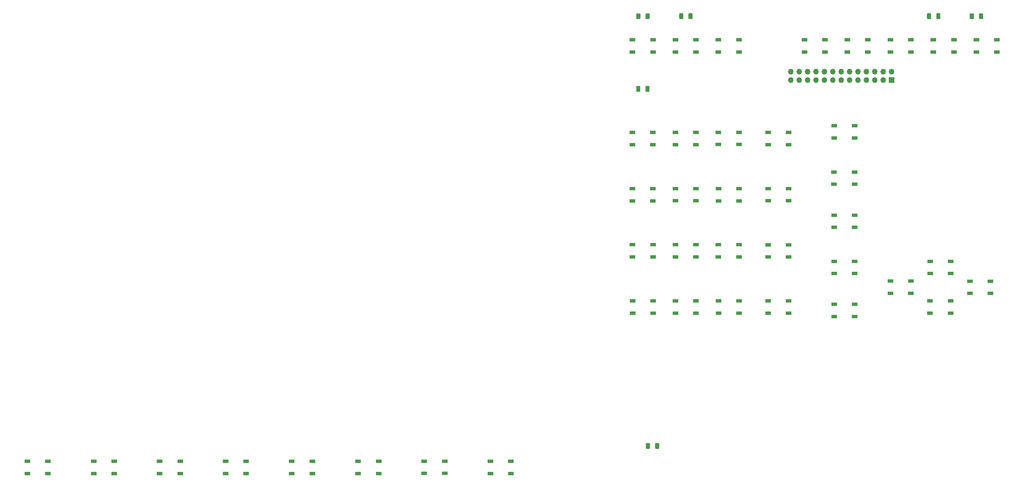
<source format=gbr>
%TF.GenerationSoftware,KiCad,Pcbnew,(5.1.8)-1*%
%TF.CreationDate,2021-02-13T15:24:23+01:00*%
%TF.ProjectId,UPL_Keyboard,55504c5f-4b65-4796-926f-6172642e6b69,2*%
%TF.SameCoordinates,Original*%
%TF.FileFunction,Soldermask,Top*%
%TF.FilePolarity,Negative*%
%FSLAX46Y46*%
G04 Gerber Fmt 4.6, Leading zero omitted, Abs format (unit mm)*
G04 Created by KiCad (PCBNEW (5.1.8)-1) date 2021-02-13 15:24:23*
%MOMM*%
%LPD*%
G01*
G04 APERTURE LIST*
%ADD10O,1.700000X1.700000*%
%ADD11R,1.700000X1.700000*%
%ADD12R,1.800000X1.100000*%
G04 APERTURE END LIST*
D10*
%TO.C,J1*%
X289960000Y-97150000D03*
X289960000Y-99690000D03*
X292500000Y-97150000D03*
X292500000Y-99690000D03*
X295040000Y-97150000D03*
X295040000Y-99690000D03*
X297580000Y-97150000D03*
X297580000Y-99690000D03*
X300120000Y-97150000D03*
X300120000Y-99690000D03*
X302660000Y-97150000D03*
X302660000Y-99690000D03*
X305200000Y-97150000D03*
X305200000Y-99690000D03*
X307740000Y-97150000D03*
X307740000Y-99690000D03*
X310280000Y-97150000D03*
X310280000Y-99690000D03*
X312820000Y-97150000D03*
X312820000Y-99690000D03*
X315360000Y-97150000D03*
X315360000Y-99690000D03*
X317900000Y-97150000D03*
X317900000Y-99690000D03*
X320440000Y-97150000D03*
D11*
X320440000Y-99690000D03*
%TD*%
D12*
%TO.C,SW40*%
X179060000Y-214950000D03*
X185260000Y-214950000D03*
X179060000Y-218650000D03*
X185260000Y-218650000D03*
%TD*%
%TO.C,SW41*%
X199060000Y-214970000D03*
X205260000Y-214970000D03*
X199060000Y-218670000D03*
X205260000Y-218670000D03*
%TD*%
%TO.C,SW39*%
X159080000Y-215010000D03*
X165280000Y-215010000D03*
X159080000Y-218710000D03*
X165280000Y-218710000D03*
%TD*%
%TO.C,SW38*%
X139000000Y-214990000D03*
X145200000Y-214990000D03*
X139000000Y-218690000D03*
X145200000Y-218690000D03*
%TD*%
%TO.C,SW37*%
X119010000Y-214990000D03*
X125210000Y-214990000D03*
X119010000Y-218690000D03*
X125210000Y-218690000D03*
%TD*%
%TO.C,SW36*%
X99050000Y-215000000D03*
X105250000Y-215000000D03*
X99050000Y-218700000D03*
X105250000Y-218700000D03*
%TD*%
%TO.C,SW35*%
X79100000Y-215000000D03*
X85300000Y-215000000D03*
X79100000Y-218700000D03*
X85300000Y-218700000D03*
%TD*%
%TO.C,SW34*%
X59030000Y-214980000D03*
X65230000Y-214980000D03*
X59030000Y-218680000D03*
X65230000Y-218680000D03*
%TD*%
%TO.C,SW33*%
X332040000Y-166490000D03*
X338240000Y-166490000D03*
X332040000Y-170190000D03*
X338240000Y-170190000D03*
%TD*%
%TO.C,SW32*%
X332060000Y-154510000D03*
X338260000Y-154510000D03*
X332060000Y-158210000D03*
X338260000Y-158210000D03*
%TD*%
%TO.C,SW31*%
X344090000Y-160500000D03*
X350290000Y-160500000D03*
X344090000Y-164200000D03*
X350290000Y-164200000D03*
%TD*%
%TO.C,SW30*%
X320050000Y-160470000D03*
X326250000Y-160470000D03*
X320050000Y-164170000D03*
X326250000Y-164170000D03*
%TD*%
%TO.C,SW29*%
X283070000Y-166480000D03*
X289270000Y-166480000D03*
X283070000Y-170180000D03*
X289270000Y-170180000D03*
%TD*%
%TO.C,SW28*%
X268080000Y-166490000D03*
X274280000Y-166490000D03*
X268080000Y-170190000D03*
X274280000Y-170190000D03*
%TD*%
%TO.C,SW27*%
X255050000Y-166500000D03*
X261250000Y-166500000D03*
X255050000Y-170200000D03*
X261250000Y-170200000D03*
%TD*%
%TO.C,SW26*%
X242090000Y-166490000D03*
X248290000Y-166490000D03*
X242090000Y-170190000D03*
X248290000Y-170190000D03*
%TD*%
%TO.C,SW25*%
X303080000Y-167500000D03*
X309280000Y-167500000D03*
X303080000Y-171200000D03*
X309280000Y-171200000D03*
%TD*%
%TO.C,SW24*%
X283050000Y-149500000D03*
X289250000Y-149500000D03*
X283050000Y-153200000D03*
X289250000Y-153200000D03*
%TD*%
%TO.C,SW23*%
X268040000Y-149490000D03*
X274240000Y-149490000D03*
X268040000Y-153190000D03*
X274240000Y-153190000D03*
%TD*%
%TO.C,SW22*%
X255050000Y-149490000D03*
X261250000Y-149490000D03*
X255050000Y-153190000D03*
X261250000Y-153190000D03*
%TD*%
%TO.C,SW21*%
X242050000Y-149480000D03*
X248250000Y-149480000D03*
X242050000Y-153180000D03*
X248250000Y-153180000D03*
%TD*%
%TO.C,SW20*%
X303040000Y-154500000D03*
X309240000Y-154500000D03*
X303040000Y-158200000D03*
X309240000Y-158200000D03*
%TD*%
%TO.C,SW19*%
X303080000Y-140520000D03*
X309280000Y-140520000D03*
X303080000Y-144220000D03*
X309280000Y-144220000D03*
%TD*%
%TO.C,SW18*%
X283060000Y-132490000D03*
X289260000Y-132490000D03*
X283060000Y-136190000D03*
X289260000Y-136190000D03*
%TD*%
%TO.C,SW17*%
X268060000Y-132500000D03*
X274260000Y-132500000D03*
X268060000Y-136200000D03*
X274260000Y-136200000D03*
%TD*%
%TO.C,SW16*%
X255060000Y-132490000D03*
X261260000Y-132490000D03*
X255060000Y-136190000D03*
X261260000Y-136190000D03*
%TD*%
%TO.C,SW15*%
X242030000Y-132500000D03*
X248230000Y-132500000D03*
X242030000Y-136200000D03*
X248230000Y-136200000D03*
%TD*%
%TO.C,SW14*%
X303010000Y-127480000D03*
X309210000Y-127480000D03*
X303010000Y-131180000D03*
X309210000Y-131180000D03*
%TD*%
%TO.C,SW13*%
X303060000Y-113470000D03*
X309260000Y-113470000D03*
X303060000Y-117170000D03*
X309260000Y-117170000D03*
%TD*%
%TO.C,SW12*%
X283060000Y-115490000D03*
X289260000Y-115490000D03*
X283060000Y-119190000D03*
X289260000Y-119190000D03*
%TD*%
%TO.C,SW11*%
X268040000Y-115470000D03*
X274240000Y-115470000D03*
X268040000Y-119170000D03*
X274240000Y-119170000D03*
%TD*%
%TO.C,SW10*%
X255040000Y-115480000D03*
X261240000Y-115480000D03*
X255040000Y-119180000D03*
X261240000Y-119180000D03*
%TD*%
%TO.C,SW9*%
X242030000Y-115490000D03*
X248230000Y-115490000D03*
X242030000Y-119190000D03*
X248230000Y-119190000D03*
%TD*%
%TO.C,SW8*%
X346040000Y-87490000D03*
X352240000Y-87490000D03*
X346040000Y-91190000D03*
X352240000Y-91190000D03*
%TD*%
%TO.C,SW7*%
X333070000Y-87480000D03*
X339270000Y-87480000D03*
X333070000Y-91180000D03*
X339270000Y-91180000D03*
%TD*%
%TO.C,SW6*%
X320050000Y-87490000D03*
X326250000Y-87490000D03*
X320050000Y-91190000D03*
X326250000Y-91190000D03*
%TD*%
%TO.C,SW5*%
X307040000Y-87510000D03*
X313240000Y-87510000D03*
X307040000Y-91210000D03*
X313240000Y-91210000D03*
%TD*%
%TO.C,SW4*%
X294050000Y-87500000D03*
X300250000Y-87500000D03*
X294050000Y-91200000D03*
X300250000Y-91200000D03*
%TD*%
%TO.C,SW3*%
X268050000Y-87510000D03*
X274250000Y-87510000D03*
X268050000Y-91210000D03*
X274250000Y-91210000D03*
%TD*%
%TO.C,SW2*%
X255040000Y-87480000D03*
X261240000Y-87480000D03*
X255040000Y-91180000D03*
X261240000Y-91180000D03*
%TD*%
%TO.C,SW1*%
X242050000Y-87500000D03*
X248250000Y-87500000D03*
X242050000Y-91200000D03*
X248250000Y-91200000D03*
%TD*%
%TO.C,LED_START1*%
G36*
G01*
X245985000Y-80975000D02*
X245985000Y-79725000D01*
G75*
G02*
X246235000Y-79475000I250000J0D01*
G01*
X246985000Y-79475000D01*
G75*
G02*
X247235000Y-79725000I0J-250000D01*
G01*
X247235000Y-80975000D01*
G75*
G02*
X246985000Y-81225000I-250000J0D01*
G01*
X246235000Y-81225000D01*
G75*
G02*
X245985000Y-80975000I0J250000D01*
G01*
G37*
G36*
G01*
X243185000Y-80975000D02*
X243185000Y-79725000D01*
G75*
G02*
X243435000Y-79475000I250000J0D01*
G01*
X244185000Y-79475000D01*
G75*
G02*
X244435000Y-79725000I0J-250000D01*
G01*
X244435000Y-80975000D01*
G75*
G02*
X244185000Y-81225000I-250000J0D01*
G01*
X243435000Y-81225000D01*
G75*
G02*
X243185000Y-80975000I0J250000D01*
G01*
G37*
%TD*%
%TO.C,LED_SINGLE1*%
G36*
G01*
X258975000Y-80965000D02*
X258975000Y-79715000D01*
G75*
G02*
X259225000Y-79465000I250000J0D01*
G01*
X259975000Y-79465000D01*
G75*
G02*
X260225000Y-79715000I0J-250000D01*
G01*
X260225000Y-80965000D01*
G75*
G02*
X259975000Y-81215000I-250000J0D01*
G01*
X259225000Y-81215000D01*
G75*
G02*
X258975000Y-80965000I0J250000D01*
G01*
G37*
G36*
G01*
X256175000Y-80965000D02*
X256175000Y-79715000D01*
G75*
G02*
X256425000Y-79465000I250000J0D01*
G01*
X257175000Y-79465000D01*
G75*
G02*
X257425000Y-79715000I0J-250000D01*
G01*
X257425000Y-80965000D01*
G75*
G02*
X257175000Y-81215000I-250000J0D01*
G01*
X256425000Y-81215000D01*
G75*
G02*
X256175000Y-80965000I0J250000D01*
G01*
G37*
%TD*%
%TO.C,LED_REMOTE1*%
G36*
G01*
X346875000Y-80975000D02*
X346875000Y-79725000D01*
G75*
G02*
X347125000Y-79475000I250000J0D01*
G01*
X347875000Y-79475000D01*
G75*
G02*
X348125000Y-79725000I0J-250000D01*
G01*
X348125000Y-80975000D01*
G75*
G02*
X347875000Y-81225000I-250000J0D01*
G01*
X347125000Y-81225000D01*
G75*
G02*
X346875000Y-80975000I0J250000D01*
G01*
G37*
G36*
G01*
X344075000Y-80975000D02*
X344075000Y-79725000D01*
G75*
G02*
X344325000Y-79475000I250000J0D01*
G01*
X345075000Y-79475000D01*
G75*
G02*
X345325000Y-79725000I0J-250000D01*
G01*
X345325000Y-80975000D01*
G75*
G02*
X345075000Y-81225000I-250000J0D01*
G01*
X344325000Y-81225000D01*
G75*
G02*
X344075000Y-80975000I0J250000D01*
G01*
G37*
%TD*%
%TO.C,LED_OUTPUT1*%
G36*
G01*
X333925000Y-80965000D02*
X333925000Y-79715000D01*
G75*
G02*
X334175000Y-79465000I250000J0D01*
G01*
X334925000Y-79465000D01*
G75*
G02*
X335175000Y-79715000I0J-250000D01*
G01*
X335175000Y-80965000D01*
G75*
G02*
X334925000Y-81215000I-250000J0D01*
G01*
X334175000Y-81215000D01*
G75*
G02*
X333925000Y-80965000I0J250000D01*
G01*
G37*
G36*
G01*
X331125000Y-80965000D02*
X331125000Y-79715000D01*
G75*
G02*
X331375000Y-79465000I250000J0D01*
G01*
X332125000Y-79465000D01*
G75*
G02*
X332375000Y-79715000I0J-250000D01*
G01*
X332375000Y-80965000D01*
G75*
G02*
X332125000Y-81215000I-250000J0D01*
G01*
X331375000Y-81215000D01*
G75*
G02*
X331125000Y-80965000I0J250000D01*
G01*
G37*
%TD*%
%TO.C,LED_GEN_OVRLD1*%
G36*
G01*
X248895000Y-210975000D02*
X248895000Y-209725000D01*
G75*
G02*
X249145000Y-209475000I250000J0D01*
G01*
X249895000Y-209475000D01*
G75*
G02*
X250145000Y-209725000I0J-250000D01*
G01*
X250145000Y-210975000D01*
G75*
G02*
X249895000Y-211225000I-250000J0D01*
G01*
X249145000Y-211225000D01*
G75*
G02*
X248895000Y-210975000I0J250000D01*
G01*
G37*
G36*
G01*
X246095000Y-210975000D02*
X246095000Y-209725000D01*
G75*
G02*
X246345000Y-209475000I250000J0D01*
G01*
X247095000Y-209475000D01*
G75*
G02*
X247345000Y-209725000I0J-250000D01*
G01*
X247345000Y-210975000D01*
G75*
G02*
X247095000Y-211225000I-250000J0D01*
G01*
X246345000Y-211225000D01*
G75*
G02*
X246095000Y-210975000I0J250000D01*
G01*
G37*
%TD*%
%TO.C,LED_DATA1*%
G36*
G01*
X245965000Y-102975000D02*
X245965000Y-101725000D01*
G75*
G02*
X246215000Y-101475000I250000J0D01*
G01*
X246965000Y-101475000D01*
G75*
G02*
X247215000Y-101725000I0J-250000D01*
G01*
X247215000Y-102975000D01*
G75*
G02*
X246965000Y-103225000I-250000J0D01*
G01*
X246215000Y-103225000D01*
G75*
G02*
X245965000Y-102975000I0J250000D01*
G01*
G37*
G36*
G01*
X243165000Y-102975000D02*
X243165000Y-101725000D01*
G75*
G02*
X243415000Y-101475000I250000J0D01*
G01*
X244165000Y-101475000D01*
G75*
G02*
X244415000Y-101725000I0J-250000D01*
G01*
X244415000Y-102975000D01*
G75*
G02*
X244165000Y-103225000I-250000J0D01*
G01*
X243415000Y-103225000D01*
G75*
G02*
X243165000Y-102975000I0J250000D01*
G01*
G37*
%TD*%
M02*

</source>
